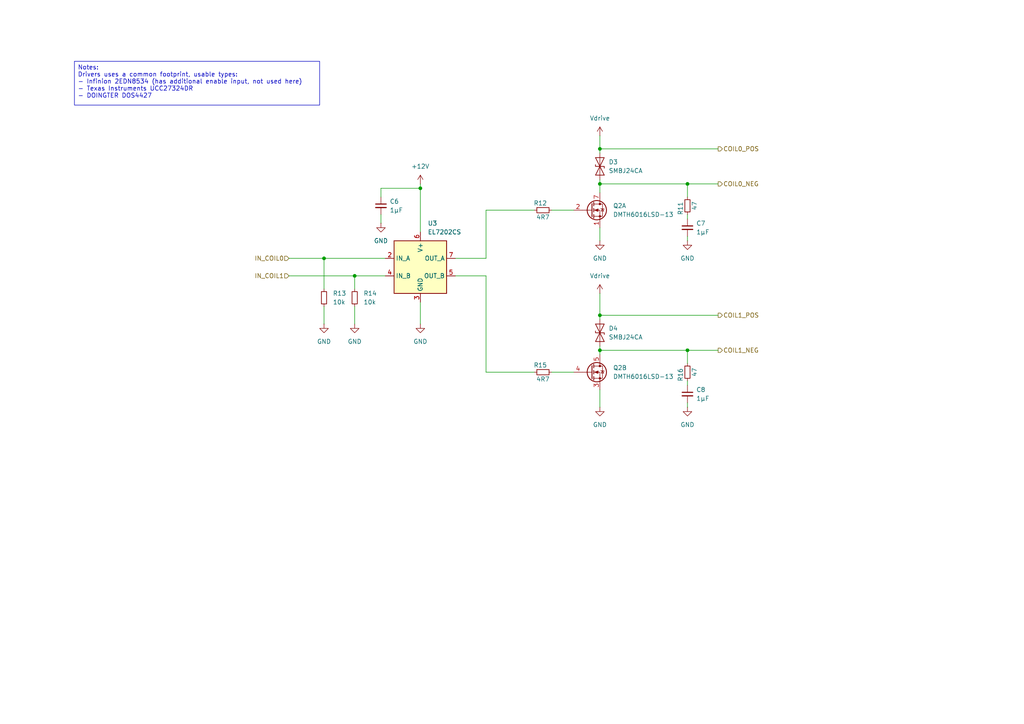
<source format=kicad_sch>
(kicad_sch
	(version 20250114)
	(generator "eeschema")
	(generator_version "9.0")
	(uuid "fcc86f3c-d480-4c80-9759-7400f7846f12")
	(paper "A4")
	(lib_symbols
		(symbol "Device:C_Small"
			(pin_numbers
				(hide yes)
			)
			(pin_names
				(offset 0.254)
				(hide yes)
			)
			(exclude_from_sim no)
			(in_bom yes)
			(on_board yes)
			(property "Reference" "C"
				(at 0.254 1.778 0)
				(effects
					(font
						(size 1.27 1.27)
					)
					(justify left)
				)
			)
			(property "Value" "C_Small"
				(at 0.254 -2.032 0)
				(effects
					(font
						(size 1.27 1.27)
					)
					(justify left)
				)
			)
			(property "Footprint" ""
				(at 0 0 0)
				(effects
					(font
						(size 1.27 1.27)
					)
					(hide yes)
				)
			)
			(property "Datasheet" "~"
				(at 0 0 0)
				(effects
					(font
						(size 1.27 1.27)
					)
					(hide yes)
				)
			)
			(property "Description" "Unpolarized capacitor, small symbol"
				(at 0 0 0)
				(effects
					(font
						(size 1.27 1.27)
					)
					(hide yes)
				)
			)
			(property "ki_keywords" "capacitor cap"
				(at 0 0 0)
				(effects
					(font
						(size 1.27 1.27)
					)
					(hide yes)
				)
			)
			(property "ki_fp_filters" "C_*"
				(at 0 0 0)
				(effects
					(font
						(size 1.27 1.27)
					)
					(hide yes)
				)
			)
			(symbol "C_Small_0_1"
				(polyline
					(pts
						(xy -1.524 0.508) (xy 1.524 0.508)
					)
					(stroke
						(width 0.3048)
						(type default)
					)
					(fill
						(type none)
					)
				)
				(polyline
					(pts
						(xy -1.524 -0.508) (xy 1.524 -0.508)
					)
					(stroke
						(width 0.3302)
						(type default)
					)
					(fill
						(type none)
					)
				)
			)
			(symbol "C_Small_1_1"
				(pin passive line
					(at 0 2.54 270)
					(length 2.032)
					(name "~"
						(effects
							(font
								(size 1.27 1.27)
							)
						)
					)
					(number "1"
						(effects
							(font
								(size 1.27 1.27)
							)
						)
					)
				)
				(pin passive line
					(at 0 -2.54 90)
					(length 2.032)
					(name "~"
						(effects
							(font
								(size 1.27 1.27)
							)
						)
					)
					(number "2"
						(effects
							(font
								(size 1.27 1.27)
							)
						)
					)
				)
			)
			(embedded_fonts no)
		)
		(symbol "Device:R_Small"
			(pin_numbers
				(hide yes)
			)
			(pin_names
				(offset 0.254)
				(hide yes)
			)
			(exclude_from_sim no)
			(in_bom yes)
			(on_board yes)
			(property "Reference" "R"
				(at 0.762 0.508 0)
				(effects
					(font
						(size 1.27 1.27)
					)
					(justify left)
				)
			)
			(property "Value" "R_Small"
				(at 0.762 -1.016 0)
				(effects
					(font
						(size 1.27 1.27)
					)
					(justify left)
				)
			)
			(property "Footprint" ""
				(at 0 0 0)
				(effects
					(font
						(size 1.27 1.27)
					)
					(hide yes)
				)
			)
			(property "Datasheet" "~"
				(at 0 0 0)
				(effects
					(font
						(size 1.27 1.27)
					)
					(hide yes)
				)
			)
			(property "Description" "Resistor, small symbol"
				(at 0 0 0)
				(effects
					(font
						(size 1.27 1.27)
					)
					(hide yes)
				)
			)
			(property "ki_keywords" "R resistor"
				(at 0 0 0)
				(effects
					(font
						(size 1.27 1.27)
					)
					(hide yes)
				)
			)
			(property "ki_fp_filters" "R_*"
				(at 0 0 0)
				(effects
					(font
						(size 1.27 1.27)
					)
					(hide yes)
				)
			)
			(symbol "R_Small_0_1"
				(rectangle
					(start -0.762 1.778)
					(end 0.762 -1.778)
					(stroke
						(width 0.2032)
						(type default)
					)
					(fill
						(type none)
					)
				)
			)
			(symbol "R_Small_1_1"
				(pin passive line
					(at 0 2.54 270)
					(length 0.762)
					(name "~"
						(effects
							(font
								(size 1.27 1.27)
							)
						)
					)
					(number "1"
						(effects
							(font
								(size 1.27 1.27)
							)
						)
					)
				)
				(pin passive line
					(at 0 -2.54 90)
					(length 0.762)
					(name "~"
						(effects
							(font
								(size 1.27 1.27)
							)
						)
					)
					(number "2"
						(effects
							(font
								(size 1.27 1.27)
							)
						)
					)
				)
			)
			(embedded_fonts no)
		)
		(symbol "Diode:SMAJ24CA"
			(pin_numbers
				(hide yes)
			)
			(pin_names
				(offset 1.016)
				(hide yes)
			)
			(exclude_from_sim no)
			(in_bom yes)
			(on_board yes)
			(property "Reference" "D"
				(at 0 2.54 0)
				(effects
					(font
						(size 1.27 1.27)
					)
				)
			)
			(property "Value" "SMAJ24CA"
				(at 0 -2.54 0)
				(effects
					(font
						(size 1.27 1.27)
					)
				)
			)
			(property "Footprint" "Diode_SMD:D_SMA"
				(at 0 -5.08 0)
				(effects
					(font
						(size 1.27 1.27)
					)
					(hide yes)
				)
			)
			(property "Datasheet" "https://www.littelfuse.com/media?resourcetype=datasheets&itemid=75e32973-b177-4ee3-a0ff-cedaf1abdb93&filename=smaj-datasheet"
				(at 0 0 0)
				(effects
					(font
						(size 1.27 1.27)
					)
					(hide yes)
				)
			)
			(property "Description" "400W bidirectional Transient Voltage Suppressor, 24.0Vr, SMA(DO-214AC)"
				(at 0 0 0)
				(effects
					(font
						(size 1.27 1.27)
					)
					(hide yes)
				)
			)
			(property "ki_keywords" "bidirectional diode TVS voltage suppressor"
				(at 0 0 0)
				(effects
					(font
						(size 1.27 1.27)
					)
					(hide yes)
				)
			)
			(property "ki_fp_filters" "D*SMA*"
				(at 0 0 0)
				(effects
					(font
						(size 1.27 1.27)
					)
					(hide yes)
				)
			)
			(symbol "SMAJ24CA_0_1"
				(polyline
					(pts
						(xy -2.54 -1.27) (xy 0 0) (xy -2.54 1.27) (xy -2.54 -1.27)
					)
					(stroke
						(width 0.2032)
						(type default)
					)
					(fill
						(type none)
					)
				)
				(polyline
					(pts
						(xy 0.508 1.27) (xy 0 1.27) (xy 0 -1.27) (xy -0.508 -1.27)
					)
					(stroke
						(width 0.2032)
						(type default)
					)
					(fill
						(type none)
					)
				)
				(polyline
					(pts
						(xy 1.27 0) (xy -1.27 0)
					)
					(stroke
						(width 0)
						(type default)
					)
					(fill
						(type none)
					)
				)
				(polyline
					(pts
						(xy 2.54 1.27) (xy 2.54 -1.27) (xy 0 0) (xy 2.54 1.27)
					)
					(stroke
						(width 0.2032)
						(type default)
					)
					(fill
						(type none)
					)
				)
			)
			(symbol "SMAJ24CA_1_1"
				(pin passive line
					(at -3.81 0 0)
					(length 2.54)
					(name "A1"
						(effects
							(font
								(size 1.27 1.27)
							)
						)
					)
					(number "1"
						(effects
							(font
								(size 1.27 1.27)
							)
						)
					)
				)
				(pin passive line
					(at 3.81 0 180)
					(length 2.54)
					(name "A2"
						(effects
							(font
								(size 1.27 1.27)
							)
						)
					)
					(number "2"
						(effects
							(font
								(size 1.27 1.27)
							)
						)
					)
				)
			)
			(embedded_fonts no)
		)
		(symbol "Driver_FET:EL7202CS"
			(exclude_from_sim no)
			(in_bom yes)
			(on_board yes)
			(property "Reference" "U"
				(at -7.62 8.89 0)
				(effects
					(font
						(size 1.27 1.27)
					)
					(justify left)
				)
			)
			(property "Value" "EL7202CS"
				(at 1.27 8.89 0)
				(effects
					(font
						(size 1.27 1.27)
					)
					(justify left)
				)
			)
			(property "Footprint" "Package_SO:SOIC-8_3.9x4.9mm_P1.27mm"
				(at 0 -7.62 0)
				(effects
					(font
						(size 1.27 1.27)
					)
					(hide yes)
				)
			)
			(property "Datasheet" "https://www.mouser.com/catalog/specsheets/intersil_fn7282.pdf"
				(at 0 -7.62 0)
				(effects
					(font
						(size 1.27 1.27)
					)
					(hide yes)
				)
			)
			(property "Description" "High Speed, Dual Channel Power MOSFET Driver, 4.5...15V supply, I(PK)=2A, non-inverting drivers, SOIC-8"
				(at 0 0 0)
				(effects
					(font
						(size 1.27 1.27)
					)
					(hide yes)
				)
			)
			(property "ki_keywords" "DS0026"
				(at 0 0 0)
				(effects
					(font
						(size 1.27 1.27)
					)
					(hide yes)
				)
			)
			(property "ki_fp_filters" "*SOIC*3.9*4.*P1.27mm*"
				(at 0 0 0)
				(effects
					(font
						(size 1.27 1.27)
					)
					(hide yes)
				)
			)
			(symbol "EL7202CS_0_1"
				(rectangle
					(start -7.62 -7.62)
					(end 7.62 7.62)
					(stroke
						(width 0.254)
						(type default)
					)
					(fill
						(type background)
					)
				)
			)
			(symbol "EL7202CS_1_1"
				(pin input line
					(at -10.16 2.54 0)
					(length 2.54)
					(name "IN_A"
						(effects
							(font
								(size 1.27 1.27)
							)
						)
					)
					(number "2"
						(effects
							(font
								(size 1.27 1.27)
							)
						)
					)
				)
				(pin input line
					(at -10.16 -2.54 0)
					(length 2.54)
					(name "IN_B"
						(effects
							(font
								(size 1.27 1.27)
							)
						)
					)
					(number "4"
						(effects
							(font
								(size 1.27 1.27)
							)
						)
					)
				)
				(pin no_connect line
					(at -7.62 0 0)
					(length 2.54)
					(hide yes)
					(name "NC"
						(effects
							(font
								(size 1.27 1.27)
							)
						)
					)
					(number "1"
						(effects
							(font
								(size 1.27 1.27)
							)
						)
					)
				)
				(pin power_in line
					(at 0 10.16 270)
					(length 2.54)
					(name "V+"
						(effects
							(font
								(size 1.27 1.27)
							)
						)
					)
					(number "6"
						(effects
							(font
								(size 1.27 1.27)
							)
						)
					)
				)
				(pin power_in line
					(at 0 -10.16 90)
					(length 2.54)
					(name "GND"
						(effects
							(font
								(size 1.27 1.27)
							)
						)
					)
					(number "3"
						(effects
							(font
								(size 1.27 1.27)
							)
						)
					)
				)
				(pin no_connect line
					(at 7.62 0 180)
					(length 2.54)
					(hide yes)
					(name "NC"
						(effects
							(font
								(size 1.27 1.27)
							)
						)
					)
					(number "8"
						(effects
							(font
								(size 1.27 1.27)
							)
						)
					)
				)
				(pin output line
					(at 10.16 2.54 180)
					(length 2.54)
					(name "OUT_A"
						(effects
							(font
								(size 1.27 1.27)
							)
						)
					)
					(number "7"
						(effects
							(font
								(size 1.27 1.27)
							)
						)
					)
				)
				(pin output line
					(at 10.16 -2.54 180)
					(length 2.54)
					(name "OUT_B"
						(effects
							(font
								(size 1.27 1.27)
							)
						)
					)
					(number "5"
						(effects
							(font
								(size 1.27 1.27)
							)
						)
					)
				)
			)
			(embedded_fonts no)
		)
		(symbol "Transistor_FET:AO4892"
			(pin_names
				(hide yes)
			)
			(exclude_from_sim no)
			(in_bom yes)
			(on_board yes)
			(property "Reference" "Q"
				(at 5.08 1.905 0)
				(effects
					(font
						(size 1.27 1.27)
					)
					(justify left)
				)
			)
			(property "Value" "AO4892"
				(at 5.08 0 0)
				(effects
					(font
						(size 1.27 1.27)
					)
					(justify left)
				)
			)
			(property "Footprint" "Package_SO:SOIC-8_3.9x4.9mm_P1.27mm"
				(at 5.08 -1.905 0)
				(effects
					(font
						(size 1.27 1.27)
						(italic yes)
					)
					(justify left)
					(hide yes)
				)
			)
			(property "Datasheet" "https://aosmd.com/sites/default/files/res/datasheets/AO4892.pdf"
				(at 5.08 -3.81 0)
				(effects
					(font
						(size 1.27 1.27)
					)
					(justify left)
					(hide yes)
				)
			)
			(property "Description" "4A Id, 100V Vds, Dual N-Channel MOSFET, 68mOhm Ron, SO-8"
				(at 0 0 0)
				(effects
					(font
						(size 1.27 1.27)
					)
					(hide yes)
				)
			)
			(property "ki_keywords" "NMOS Alpha-Omega"
				(at 0 0 0)
				(effects
					(font
						(size 1.27 1.27)
					)
					(hide yes)
				)
			)
			(property "ki_fp_filters" "SOIC*3.9x4.9mm*P1.27mm*"
				(at 0 0 0)
				(effects
					(font
						(size 1.27 1.27)
					)
					(hide yes)
				)
			)
			(symbol "AO4892_0_1"
				(polyline
					(pts
						(xy 0.254 1.905) (xy 0.254 -1.905)
					)
					(stroke
						(width 0.254)
						(type default)
					)
					(fill
						(type none)
					)
				)
				(polyline
					(pts
						(xy 0.254 0) (xy -2.54 0)
					)
					(stroke
						(width 0)
						(type default)
					)
					(fill
						(type none)
					)
				)
				(polyline
					(pts
						(xy 0.762 2.286) (xy 0.762 1.27)
					)
					(stroke
						(width 0.254)
						(type default)
					)
					(fill
						(type none)
					)
				)
				(polyline
					(pts
						(xy 0.762 0.508) (xy 0.762 -0.508)
					)
					(stroke
						(width 0.254)
						(type default)
					)
					(fill
						(type none)
					)
				)
				(polyline
					(pts
						(xy 0.762 -1.27) (xy 0.762 -2.286)
					)
					(stroke
						(width 0.254)
						(type default)
					)
					(fill
						(type none)
					)
				)
				(polyline
					(pts
						(xy 0.762 -1.778) (xy 3.302 -1.778) (xy 3.302 1.778) (xy 0.762 1.778)
					)
					(stroke
						(width 0)
						(type default)
					)
					(fill
						(type none)
					)
				)
				(polyline
					(pts
						(xy 1.016 0) (xy 2.032 0.381) (xy 2.032 -0.381) (xy 1.016 0)
					)
					(stroke
						(width 0)
						(type default)
					)
					(fill
						(type outline)
					)
				)
				(circle
					(center 1.651 0)
					(radius 2.794)
					(stroke
						(width 0.254)
						(type default)
					)
					(fill
						(type none)
					)
				)
				(polyline
					(pts
						(xy 2.54 2.54) (xy 2.54 1.778)
					)
					(stroke
						(width 0)
						(type default)
					)
					(fill
						(type none)
					)
				)
				(circle
					(center 2.54 1.778)
					(radius 0.254)
					(stroke
						(width 0)
						(type default)
					)
					(fill
						(type outline)
					)
				)
				(circle
					(center 2.54 -1.778)
					(radius 0.254)
					(stroke
						(width 0)
						(type default)
					)
					(fill
						(type outline)
					)
				)
				(polyline
					(pts
						(xy 2.54 -2.54) (xy 2.54 0) (xy 0.762 0)
					)
					(stroke
						(width 0)
						(type default)
					)
					(fill
						(type none)
					)
				)
				(polyline
					(pts
						(xy 2.794 0.508) (xy 2.921 0.381) (xy 3.683 0.381) (xy 3.81 0.254)
					)
					(stroke
						(width 0)
						(type default)
					)
					(fill
						(type none)
					)
				)
				(polyline
					(pts
						(xy 3.302 0.381) (xy 2.921 -0.254) (xy 3.683 -0.254) (xy 3.302 0.381)
					)
					(stroke
						(width 0)
						(type default)
					)
					(fill
						(type none)
					)
				)
			)
			(symbol "AO4892_1_1"
				(pin passive line
					(at -5.08 0 0)
					(length 2.54)
					(name "G1"
						(effects
							(font
								(size 1.27 1.27)
							)
						)
					)
					(number "2"
						(effects
							(font
								(size 1.27 1.27)
							)
						)
					)
				)
				(pin passive line
					(at 2.54 5.08 270)
					(length 2.54)
					(name "D1"
						(effects
							(font
								(size 1.27 1.27)
							)
						)
					)
					(number "7"
						(effects
							(font
								(size 1.27 1.27)
							)
						)
					)
				)
				(pin passive line
					(at 2.54 5.08 270)
					(length 2.54)
					(hide yes)
					(name "D1"
						(effects
							(font
								(size 1.27 1.27)
							)
						)
					)
					(number "8"
						(effects
							(font
								(size 1.27 1.27)
							)
						)
					)
				)
				(pin passive line
					(at 2.54 -5.08 90)
					(length 2.54)
					(name "S1"
						(effects
							(font
								(size 1.27 1.27)
							)
						)
					)
					(number "1"
						(effects
							(font
								(size 1.27 1.27)
							)
						)
					)
				)
			)
			(symbol "AO4892_2_1"
				(pin passive line
					(at -5.08 0 0)
					(length 2.54)
					(name "G2"
						(effects
							(font
								(size 1.27 1.27)
							)
						)
					)
					(number "4"
						(effects
							(font
								(size 1.27 1.27)
							)
						)
					)
				)
				(pin passive line
					(at 2.54 5.08 270)
					(length 2.54)
					(name "D2"
						(effects
							(font
								(size 1.27 1.27)
							)
						)
					)
					(number "5"
						(effects
							(font
								(size 1.27 1.27)
							)
						)
					)
				)
				(pin passive line
					(at 2.54 5.08 270)
					(length 2.54)
					(hide yes)
					(name "D2"
						(effects
							(font
								(size 1.27 1.27)
							)
						)
					)
					(number "6"
						(effects
							(font
								(size 1.27 1.27)
							)
						)
					)
				)
				(pin passive line
					(at 2.54 -5.08 90)
					(length 2.54)
					(name "S2"
						(effects
							(font
								(size 1.27 1.27)
							)
						)
					)
					(number "3"
						(effects
							(font
								(size 1.27 1.27)
							)
						)
					)
				)
			)
			(embedded_fonts no)
		)
		(symbol "power:+12V"
			(power)
			(pin_numbers
				(hide yes)
			)
			(pin_names
				(offset 0)
				(hide yes)
			)
			(exclude_from_sim no)
			(in_bom yes)
			(on_board yes)
			(property "Reference" "#PWR"
				(at 0 -3.81 0)
				(effects
					(font
						(size 1.27 1.27)
					)
					(hide yes)
				)
			)
			(property "Value" "+12V"
				(at 0 3.556 0)
				(effects
					(font
						(size 1.27 1.27)
					)
				)
			)
			(property "Footprint" ""
				(at 0 0 0)
				(effects
					(font
						(size 1.27 1.27)
					)
					(hide yes)
				)
			)
			(property "Datasheet" ""
				(at 0 0 0)
				(effects
					(font
						(size 1.27 1.27)
					)
					(hide yes)
				)
			)
			(property "Description" "Power symbol creates a global label with name \"+12V\""
				(at 0 0 0)
				(effects
					(font
						(size 1.27 1.27)
					)
					(hide yes)
				)
			)
			(property "ki_keywords" "global power"
				(at 0 0 0)
				(effects
					(font
						(size 1.27 1.27)
					)
					(hide yes)
				)
			)
			(symbol "+12V_0_1"
				(polyline
					(pts
						(xy -0.762 1.27) (xy 0 2.54)
					)
					(stroke
						(width 0)
						(type default)
					)
					(fill
						(type none)
					)
				)
				(polyline
					(pts
						(xy 0 2.54) (xy 0.762 1.27)
					)
					(stroke
						(width 0)
						(type default)
					)
					(fill
						(type none)
					)
				)
				(polyline
					(pts
						(xy 0 0) (xy 0 2.54)
					)
					(stroke
						(width 0)
						(type default)
					)
					(fill
						(type none)
					)
				)
			)
			(symbol "+12V_1_1"
				(pin power_in line
					(at 0 0 90)
					(length 0)
					(name "~"
						(effects
							(font
								(size 1.27 1.27)
							)
						)
					)
					(number "1"
						(effects
							(font
								(size 1.27 1.27)
							)
						)
					)
				)
			)
			(embedded_fonts no)
		)
		(symbol "power:GND"
			(power)
			(pin_numbers
				(hide yes)
			)
			(pin_names
				(offset 0)
				(hide yes)
			)
			(exclude_from_sim no)
			(in_bom yes)
			(on_board yes)
			(property "Reference" "#PWR"
				(at 0 -6.35 0)
				(effects
					(font
						(size 1.27 1.27)
					)
					(hide yes)
				)
			)
			(property "Value" "GND"
				(at 0 -3.81 0)
				(effects
					(font
						(size 1.27 1.27)
					)
				)
			)
			(property "Footprint" ""
				(at 0 0 0)
				(effects
					(font
						(size 1.27 1.27)
					)
					(hide yes)
				)
			)
			(property "Datasheet" ""
				(at 0 0 0)
				(effects
					(font
						(size 1.27 1.27)
					)
					(hide yes)
				)
			)
			(property "Description" "Power symbol creates a global label with name \"GND\" , ground"
				(at 0 0 0)
				(effects
					(font
						(size 1.27 1.27)
					)
					(hide yes)
				)
			)
			(property "ki_keywords" "global power"
				(at 0 0 0)
				(effects
					(font
						(size 1.27 1.27)
					)
					(hide yes)
				)
			)
			(symbol "GND_0_1"
				(polyline
					(pts
						(xy 0 0) (xy 0 -1.27) (xy 1.27 -1.27) (xy 0 -2.54) (xy -1.27 -1.27) (xy 0 -1.27)
					)
					(stroke
						(width 0)
						(type default)
					)
					(fill
						(type none)
					)
				)
			)
			(symbol "GND_1_1"
				(pin power_in line
					(at 0 0 270)
					(length 0)
					(name "~"
						(effects
							(font
								(size 1.27 1.27)
							)
						)
					)
					(number "1"
						(effects
							(font
								(size 1.27 1.27)
							)
						)
					)
				)
			)
			(embedded_fonts no)
		)
		(symbol "power:Vdrive"
			(power)
			(pin_numbers
				(hide yes)
			)
			(pin_names
				(offset 0)
				(hide yes)
			)
			(exclude_from_sim no)
			(in_bom yes)
			(on_board yes)
			(property "Reference" "#PWR"
				(at 0 -3.81 0)
				(effects
					(font
						(size 1.27 1.27)
					)
					(hide yes)
				)
			)
			(property "Value" "Vdrive"
				(at 0 3.556 0)
				(effects
					(font
						(size 1.27 1.27)
					)
				)
			)
			(property "Footprint" ""
				(at 0 0 0)
				(effects
					(font
						(size 1.27 1.27)
					)
					(hide yes)
				)
			)
			(property "Datasheet" ""
				(at 0 0 0)
				(effects
					(font
						(size 1.27 1.27)
					)
					(hide yes)
				)
			)
			(property "Description" "Power symbol creates a global label with name \"Vdrive\""
				(at 0 0 0)
				(effects
					(font
						(size 1.27 1.27)
					)
					(hide yes)
				)
			)
			(property "ki_keywords" "global power"
				(at 0 0 0)
				(effects
					(font
						(size 1.27 1.27)
					)
					(hide yes)
				)
			)
			(symbol "Vdrive_0_1"
				(polyline
					(pts
						(xy -0.762 1.27) (xy 0 2.54)
					)
					(stroke
						(width 0)
						(type default)
					)
					(fill
						(type none)
					)
				)
				(polyline
					(pts
						(xy 0 2.54) (xy 0.762 1.27)
					)
					(stroke
						(width 0)
						(type default)
					)
					(fill
						(type none)
					)
				)
				(polyline
					(pts
						(xy 0 0) (xy 0 2.54)
					)
					(stroke
						(width 0)
						(type default)
					)
					(fill
						(type none)
					)
				)
			)
			(symbol "Vdrive_1_1"
				(pin power_in line
					(at 0 0 90)
					(length 0)
					(name "~"
						(effects
							(font
								(size 1.27 1.27)
							)
						)
					)
					(number "1"
						(effects
							(font
								(size 1.27 1.27)
							)
						)
					)
				)
			)
			(embedded_fonts no)
		)
	)
	(text_box "Notes:\nDrivers uses a common footprint, usable types:\n- Infinion 2EDN8534 (has additional enable input, not used here)\n- Texas Instruments UCC27324DR\n- DOINGTER DOS4427"
		(exclude_from_sim no)
		(at 21.59 17.78 0)
		(size 71.12 12.7)
		(margins 0.9525 0.9525 0.9525 0.9525)
		(stroke
			(width 0)
			(type solid)
		)
		(fill
			(type none)
		)
		(effects
			(font
				(size 1.27 1.27)
			)
			(justify left top)
		)
		(uuid "fa3c1d42-b5e9-4b0e-9126-cc003d495ece")
	)
	(junction
		(at 102.87 80.01)
		(diameter 0)
		(color 0 0 0 0)
		(uuid "4d02c669-1568-4f41-9fcb-0bf83b1c4249")
	)
	(junction
		(at 93.98 74.93)
		(diameter 0)
		(color 0 0 0 0)
		(uuid "65e96371-acd5-468f-8535-72c844b347d3")
	)
	(junction
		(at 199.39 101.6)
		(diameter 0)
		(color 0 0 0 0)
		(uuid "9035d4df-1408-4fc7-a066-bc0d7a4fac2f")
	)
	(junction
		(at 199.39 53.34)
		(diameter 0)
		(color 0 0 0 0)
		(uuid "9ae0448a-f934-4b9b-9ee0-aa4b1d82e8c1")
	)
	(junction
		(at 173.99 43.18)
		(diameter 0)
		(color 0 0 0 0)
		(uuid "bbad1ecb-9e78-4764-bc10-41d3dd4c0da3")
	)
	(junction
		(at 173.99 101.6)
		(diameter 0)
		(color 0 0 0 0)
		(uuid "bd7f0a8d-d982-43df-88af-6a006acbe440")
	)
	(junction
		(at 173.99 53.34)
		(diameter 0)
		(color 0 0 0 0)
		(uuid "cc6fddb1-eea3-413c-810c-397c4a6a827f")
	)
	(junction
		(at 173.99 91.44)
		(diameter 0)
		(color 0 0 0 0)
		(uuid "d5c945c7-b33f-4264-bfce-6d5fa43e7966")
	)
	(junction
		(at 121.92 54.61)
		(diameter 0)
		(color 0 0 0 0)
		(uuid "f09e19b9-6a96-4ffa-ac62-dc7383d6fd4a")
	)
	(wire
		(pts
			(xy 199.39 101.6) (xy 199.39 105.41)
		)
		(stroke
			(width 0)
			(type default)
		)
		(uuid "0455c455-2e1d-4a34-a935-55e248d7bd55")
	)
	(wire
		(pts
			(xy 173.99 101.6) (xy 199.39 101.6)
		)
		(stroke
			(width 0)
			(type default)
		)
		(uuid "04922c56-ec9c-4d41-bdf8-823bd8324517")
	)
	(wire
		(pts
			(xy 173.99 39.37) (xy 173.99 43.18)
		)
		(stroke
			(width 0)
			(type default)
		)
		(uuid "0be40568-2f93-428c-8a83-acda2ec2745d")
	)
	(wire
		(pts
			(xy 199.39 68.58) (xy 199.39 69.85)
		)
		(stroke
			(width 0)
			(type default)
		)
		(uuid "0d25e20a-fed1-4105-9ff3-20583c80a70f")
	)
	(wire
		(pts
			(xy 102.87 80.01) (xy 111.76 80.01)
		)
		(stroke
			(width 0)
			(type default)
		)
		(uuid "0e628999-2ef8-4b2c-9054-df1723a658b2")
	)
	(wire
		(pts
			(xy 93.98 74.93) (xy 93.98 83.82)
		)
		(stroke
			(width 0)
			(type default)
		)
		(uuid "14a29834-fdb7-4065-a69c-af42b1c2f357")
	)
	(wire
		(pts
			(xy 173.99 101.6) (xy 173.99 102.87)
		)
		(stroke
			(width 0)
			(type default)
		)
		(uuid "1920fd57-79b7-4a07-8a84-f3daa020037f")
	)
	(wire
		(pts
			(xy 154.94 60.96) (xy 140.97 60.96)
		)
		(stroke
			(width 0)
			(type default)
		)
		(uuid "1fd7a633-6925-4285-b662-f36197d65da5")
	)
	(wire
		(pts
			(xy 140.97 80.01) (xy 132.08 80.01)
		)
		(stroke
			(width 0)
			(type default)
		)
		(uuid "26598580-7935-4479-84e6-f70025121376")
	)
	(wire
		(pts
			(xy 199.39 101.6) (xy 208.28 101.6)
		)
		(stroke
			(width 0)
			(type default)
		)
		(uuid "27ecb836-98eb-4165-a8ca-17f37c8dfe0b")
	)
	(wire
		(pts
			(xy 173.99 52.07) (xy 173.99 53.34)
		)
		(stroke
			(width 0)
			(type default)
		)
		(uuid "28ba6d26-adbb-4b52-9813-0a1c869b4426")
	)
	(wire
		(pts
			(xy 121.92 53.34) (xy 121.92 54.61)
		)
		(stroke
			(width 0)
			(type default)
		)
		(uuid "2a0945e8-4272-413c-8e75-3bd6107069c8")
	)
	(wire
		(pts
			(xy 93.98 88.9) (xy 93.98 93.98)
		)
		(stroke
			(width 0)
			(type default)
		)
		(uuid "2d7f95f7-b059-401d-828d-f6bad3cb4fb5")
	)
	(wire
		(pts
			(xy 93.98 74.93) (xy 83.82 74.93)
		)
		(stroke
			(width 0)
			(type default)
		)
		(uuid "320ea8bb-d85e-4919-bab4-5554ba9ca980")
	)
	(wire
		(pts
			(xy 173.99 91.44) (xy 208.28 91.44)
		)
		(stroke
			(width 0)
			(type default)
		)
		(uuid "40ef5a69-5604-45cb-a6e8-ac9e9456ba8a")
	)
	(wire
		(pts
			(xy 199.39 116.84) (xy 199.39 118.11)
		)
		(stroke
			(width 0)
			(type default)
		)
		(uuid "467edb93-4f76-4046-a253-477eeca43b20")
	)
	(wire
		(pts
			(xy 110.49 57.15) (xy 110.49 54.61)
		)
		(stroke
			(width 0)
			(type default)
		)
		(uuid "4cbfebe5-4ea3-49cf-a227-f0be717ecc98")
	)
	(wire
		(pts
			(xy 199.39 53.34) (xy 208.28 53.34)
		)
		(stroke
			(width 0)
			(type default)
		)
		(uuid "508154b9-e06d-47c9-8739-fe058ccf85bd")
	)
	(wire
		(pts
			(xy 140.97 107.95) (xy 154.94 107.95)
		)
		(stroke
			(width 0)
			(type default)
		)
		(uuid "59c1b73e-7621-47e9-b0c1-42c209111942")
	)
	(wire
		(pts
			(xy 160.02 107.95) (xy 166.37 107.95)
		)
		(stroke
			(width 0)
			(type default)
		)
		(uuid "76995c0a-61ef-4a8d-a4ea-62036970eedf")
	)
	(wire
		(pts
			(xy 83.82 80.01) (xy 102.87 80.01)
		)
		(stroke
			(width 0)
			(type default)
		)
		(uuid "79f75296-842b-4349-a723-bf45642f9f27")
	)
	(wire
		(pts
			(xy 140.97 107.95) (xy 140.97 80.01)
		)
		(stroke
			(width 0)
			(type default)
		)
		(uuid "7afbb006-1836-4d5a-9f33-0e1302271c85")
	)
	(wire
		(pts
			(xy 110.49 54.61) (xy 121.92 54.61)
		)
		(stroke
			(width 0)
			(type default)
		)
		(uuid "7ffe4188-d064-48e1-9102-2a82bbf0defe")
	)
	(wire
		(pts
			(xy 166.37 60.96) (xy 160.02 60.96)
		)
		(stroke
			(width 0)
			(type default)
		)
		(uuid "8457679a-6d73-4f7a-bba3-9b6103ee426a")
	)
	(wire
		(pts
			(xy 173.99 43.18) (xy 173.99 44.45)
		)
		(stroke
			(width 0)
			(type default)
		)
		(uuid "91277ea6-345e-43f8-9124-3f210d53166d")
	)
	(wire
		(pts
			(xy 102.87 80.01) (xy 102.87 83.82)
		)
		(stroke
			(width 0)
			(type default)
		)
		(uuid "97426900-8cfa-4dd6-93d7-c2f65f9bd1a6")
	)
	(wire
		(pts
			(xy 140.97 74.93) (xy 132.08 74.93)
		)
		(stroke
			(width 0)
			(type default)
		)
		(uuid "9df0380c-3ed7-465f-bc54-4647045dc0d1")
	)
	(wire
		(pts
			(xy 121.92 87.63) (xy 121.92 93.98)
		)
		(stroke
			(width 0)
			(type default)
		)
		(uuid "9e9c076b-9685-439f-a3aa-3f054a8eecdd")
	)
	(wire
		(pts
			(xy 199.39 110.49) (xy 199.39 111.76)
		)
		(stroke
			(width 0)
			(type default)
		)
		(uuid "a7f7d428-4130-4426-84d9-686808a05e21")
	)
	(wire
		(pts
			(xy 199.39 53.34) (xy 199.39 57.15)
		)
		(stroke
			(width 0)
			(type default)
		)
		(uuid "addd5834-bf62-486e-97d4-01cb5d136818")
	)
	(wire
		(pts
			(xy 102.87 88.9) (xy 102.87 93.98)
		)
		(stroke
			(width 0)
			(type default)
		)
		(uuid "b6e73589-de02-48fc-823c-ac30523ae974")
	)
	(wire
		(pts
			(xy 111.76 74.93) (xy 93.98 74.93)
		)
		(stroke
			(width 0)
			(type default)
		)
		(uuid "b8f050d3-1194-4d68-a117-c219ade09a6c")
	)
	(wire
		(pts
			(xy 110.49 62.23) (xy 110.49 64.77)
		)
		(stroke
			(width 0)
			(type default)
		)
		(uuid "c2127fbb-4907-4180-a629-21f90396582f")
	)
	(wire
		(pts
			(xy 173.99 55.88) (xy 173.99 53.34)
		)
		(stroke
			(width 0)
			(type default)
		)
		(uuid "c48b0982-4247-4886-b379-dc08e3e4f5a3")
	)
	(wire
		(pts
			(xy 173.99 100.33) (xy 173.99 101.6)
		)
		(stroke
			(width 0)
			(type default)
		)
		(uuid "c721b69f-a68b-4dad-8899-5f82f6e55afa")
	)
	(wire
		(pts
			(xy 173.99 43.18) (xy 208.28 43.18)
		)
		(stroke
			(width 0)
			(type default)
		)
		(uuid "c74cf5e6-f4c7-459b-89f2-12b180e39e60")
	)
	(wire
		(pts
			(xy 173.99 53.34) (xy 199.39 53.34)
		)
		(stroke
			(width 0)
			(type default)
		)
		(uuid "ce340e1a-a7c7-4cd1-8dbc-fcd568cefba4")
	)
	(wire
		(pts
			(xy 173.99 113.03) (xy 173.99 118.11)
		)
		(stroke
			(width 0)
			(type default)
		)
		(uuid "d710e962-71be-40dc-b344-8f9ca57f151d")
	)
	(wire
		(pts
			(xy 173.99 91.44) (xy 173.99 92.71)
		)
		(stroke
			(width 0)
			(type default)
		)
		(uuid "d80f5b7b-1ab3-41d7-bba3-2a2e76449e49")
	)
	(wire
		(pts
			(xy 140.97 60.96) (xy 140.97 74.93)
		)
		(stroke
			(width 0)
			(type default)
		)
		(uuid "e5c9980b-9711-480e-90ed-68abd04b5d1c")
	)
	(wire
		(pts
			(xy 173.99 85.09) (xy 173.99 91.44)
		)
		(stroke
			(width 0)
			(type default)
		)
		(uuid "f504fac8-087b-4b71-b6f9-cc60c5b94bcf")
	)
	(wire
		(pts
			(xy 199.39 62.23) (xy 199.39 63.5)
		)
		(stroke
			(width 0)
			(type default)
		)
		(uuid "f9f3c9ed-938a-4ad0-90b0-f56208b94110")
	)
	(wire
		(pts
			(xy 173.99 66.04) (xy 173.99 69.85)
		)
		(stroke
			(width 0)
			(type default)
		)
		(uuid "fa319c22-98a8-4c4e-abc2-30dfea17d7a6")
	)
	(wire
		(pts
			(xy 121.92 54.61) (xy 121.92 67.31)
		)
		(stroke
			(width 0)
			(type default)
		)
		(uuid "fefd5fa6-888c-4d30-b4e5-8d36e7cd215e")
	)
	(hierarchical_label "IN_COIL1"
		(shape input)
		(at 83.82 80.01 180)
		(effects
			(font
				(size 1.27 1.27)
			)
			(justify right)
		)
		(uuid "2c3c4ca4-5a23-4c79-9d78-365e3418ca36")
	)
	(hierarchical_label "COIL1_POS"
		(shape output)
		(at 208.28 91.44 0)
		(effects
			(font
				(size 1.27 1.27)
			)
			(justify left)
		)
		(uuid "637d3798-e90a-4457-8df3-84b5cad31137")
	)
	(hierarchical_label "COIL0_POS"
		(shape output)
		(at 208.28 43.18 0)
		(effects
			(font
				(size 1.27 1.27)
			)
			(justify left)
		)
		(uuid "820187ad-010b-40e8-ac98-61acccab52f5")
	)
	(hierarchical_label "COIL1_NEG"
		(shape output)
		(at 208.28 101.6 0)
		(effects
			(font
				(size 1.27 1.27)
			)
			(justify left)
		)
		(uuid "ac936ab4-fc53-4684-b976-f5c4279418b0")
	)
	(hierarchical_label "IN_COIL0"
		(shape input)
		(at 83.82 74.93 180)
		(effects
			(font
				(size 1.27 1.27)
			)
			(justify right)
		)
		(uuid "c9a251cb-b728-4224-89fc-789716615dae")
	)
	(hierarchical_label "COIL0_NEG"
		(shape output)
		(at 208.28 53.34 0)
		(effects
			(font
				(size 1.27 1.27)
			)
			(justify left)
		)
		(uuid "d8dd734f-3f61-400c-9b78-43006ea9c64a")
	)
	(symbol
		(lib_id "Device:R_Small")
		(at 93.98 86.36 0)
		(unit 1)
		(exclude_from_sim no)
		(in_bom yes)
		(on_board yes)
		(dnp no)
		(fields_autoplaced yes)
		(uuid "0335b09d-f41a-4cc6-9ebe-4c0e684054fa")
		(property "Reference" "R13"
			(at 96.52 85.0899 0)
			(effects
				(font
					(size 1.27 1.27)
				)
				(justify left)
			)
		)
		(property "Value" "10k"
			(at 96.52 87.6299 0)
			(effects
				(font
					(size 1.27 1.27)
				)
				(justify left)
			)
		)
		(property "Footprint" "Resistor_SMD:R_0603_1608Metric_Pad0.98x0.95mm_HandSolder"
			(at 93.98 86.36 0)
			(effects
				(font
					(size 1.27 1.27)
				)
				(hide yes)
			)
		)
		(property "Datasheet" "~"
			(at 93.98 86.36 0)
			(effects
				(font
					(size 1.27 1.27)
				)
				(hide yes)
			)
		)
		(property "Description" "Resistor, small symbol"
			(at 93.98 86.36 0)
			(effects
				(font
					(size 1.27 1.27)
				)
				(hide yes)
			)
		)
		(pin "2"
			(uuid "c4bf802b-a24b-4da6-b72d-7ca7e7af7b3b")
		)
		(pin "1"
			(uuid "6d004563-0a96-4172-997e-5fa753f4c83c")
		)
		(instances
			(project "marble_accelerator"
				(path "/338fb3bb-e550-4c92-aa76-5d93a75fae71/6775c7a4-de2e-4cb3-9e2b-2f99b07eb7c5"
					(reference "R13")
					(unit 1)
				)
			)
		)
	)
	(symbol
		(lib_id "power:Vdrive")
		(at 173.99 39.37 0)
		(unit 1)
		(exclude_from_sim no)
		(in_bom yes)
		(on_board yes)
		(dnp no)
		(fields_autoplaced yes)
		(uuid "0ca70883-6d67-453d-81ba-aad4768af988")
		(property "Reference" "#PWR029"
			(at 173.99 43.18 0)
			(effects
				(font
					(size 1.27 1.27)
				)
				(hide yes)
			)
		)
		(property "Value" "Vdrive"
			(at 173.99 34.29 0)
			(effects
				(font
					(size 1.27 1.27)
				)
			)
		)
		(property "Footprint" ""
			(at 173.99 39.37 0)
			(effects
				(font
					(size 1.27 1.27)
				)
				(hide yes)
			)
		)
		(property "Datasheet" ""
			(at 173.99 39.37 0)
			(effects
				(font
					(size 1.27 1.27)
				)
				(hide yes)
			)
		)
		(property "Description" "Power symbol creates a global label with name \"Vdrive\""
			(at 173.99 39.37 0)
			(effects
				(font
					(size 1.27 1.27)
				)
				(hide yes)
			)
		)
		(pin "1"
			(uuid "3250cc6b-d8b6-49a1-a48b-512f5c0c4e65")
		)
		(instances
			(project ""
				(path "/338fb3bb-e550-4c92-aa76-5d93a75fae71/6775c7a4-de2e-4cb3-9e2b-2f99b07eb7c5"
					(reference "#PWR029")
					(unit 1)
				)
			)
		)
	)
	(symbol
		(lib_id "Device:C_Small")
		(at 199.39 114.3 0)
		(unit 1)
		(exclude_from_sim no)
		(in_bom yes)
		(on_board yes)
		(dnp no)
		(fields_autoplaced yes)
		(uuid "10749bff-f68f-414f-a8e4-9011ad96a322")
		(property "Reference" "C8"
			(at 201.93 113.0362 0)
			(effects
				(font
					(size 1.27 1.27)
				)
				(justify left)
			)
		)
		(property "Value" "1µF"
			(at 201.93 115.5762 0)
			(effects
				(font
					(size 1.27 1.27)
				)
				(justify left)
			)
		)
		(property "Footprint" "Capacitor_SMD:C_1210_3225Metric_Pad1.33x2.70mm_HandSolder"
			(at 199.39 114.3 0)
			(effects
				(font
					(size 1.27 1.27)
				)
				(hide yes)
			)
		)
		(property "Datasheet" "~"
			(at 199.39 114.3 0)
			(effects
				(font
					(size 1.27 1.27)
				)
				(hide yes)
			)
		)
		(property "Description" "Unpolarized capacitor, small symbol"
			(at 199.39 114.3 0)
			(effects
				(font
					(size 1.27 1.27)
				)
				(hide yes)
			)
		)
		(pin "1"
			(uuid "9c18d0f6-57ce-4535-b2e7-8f3141612b75")
		)
		(pin "2"
			(uuid "ee319cec-808d-41a1-bb3f-b6e801e8bf07")
		)
		(instances
			(project "marble_accelerator"
				(path "/338fb3bb-e550-4c92-aa76-5d93a75fae71/6775c7a4-de2e-4cb3-9e2b-2f99b07eb7c5"
					(reference "C8")
					(unit 1)
				)
			)
		)
	)
	(symbol
		(lib_id "power:GND")
		(at 121.92 93.98 0)
		(unit 1)
		(exclude_from_sim no)
		(in_bom yes)
		(on_board yes)
		(dnp no)
		(fields_autoplaced yes)
		(uuid "17913f1f-c16f-4699-bf99-c171f637e825")
		(property "Reference" "#PWR037"
			(at 121.92 100.33 0)
			(effects
				(font
					(size 1.27 1.27)
				)
				(hide yes)
			)
		)
		(property "Value" "GND"
			(at 121.92 99.06 0)
			(effects
				(font
					(size 1.27 1.27)
				)
			)
		)
		(property "Footprint" ""
			(at 121.92 93.98 0)
			(effects
				(font
					(size 1.27 1.27)
				)
				(hide yes)
			)
		)
		(property "Datasheet" ""
			(at 121.92 93.98 0)
			(effects
				(font
					(size 1.27 1.27)
				)
				(hide yes)
			)
		)
		(property "Description" "Power symbol creates a global label with name \"GND\" , ground"
			(at 121.92 93.98 0)
			(effects
				(font
					(size 1.27 1.27)
				)
				(hide yes)
			)
		)
		(pin "1"
			(uuid "0824f60f-36c3-4f99-938d-bc83bd1427a2")
		)
		(instances
			(project "marble_accelerator"
				(path "/338fb3bb-e550-4c92-aa76-5d93a75fae71/6775c7a4-de2e-4cb3-9e2b-2f99b07eb7c5"
					(reference "#PWR037")
					(unit 1)
				)
			)
		)
	)
	(symbol
		(lib_id "Device:R_Small")
		(at 157.48 107.95 90)
		(unit 1)
		(exclude_from_sim no)
		(in_bom yes)
		(on_board yes)
		(dnp no)
		(uuid "21c145cb-5b7d-41db-82ec-f905d97182a1")
		(property "Reference" "R15"
			(at 156.718 105.918 90)
			(effects
				(font
					(size 1.27 1.27)
				)
			)
		)
		(property "Value" "4R7"
			(at 157.48 109.982 90)
			(effects
				(font
					(size 1.27 1.27)
				)
			)
		)
		(property "Footprint" "Resistor_SMD:R_0603_1608Metric_Pad0.98x0.95mm_HandSolder"
			(at 157.48 107.95 0)
			(effects
				(font
					(size 1.27 1.27)
				)
				(hide yes)
			)
		)
		(property "Datasheet" "~"
			(at 157.48 107.95 0)
			(effects
				(font
					(size 1.27 1.27)
				)
				(hide yes)
			)
		)
		(property "Description" "Resistor, small symbol"
			(at 157.48 107.95 0)
			(effects
				(font
					(size 1.27 1.27)
				)
				(hide yes)
			)
		)
		(pin "2"
			(uuid "17539820-1c14-44ec-afa0-f81eeabd336a")
		)
		(pin "1"
			(uuid "87379f1a-f7fe-42b6-b3fa-8200ec2e39bc")
		)
		(instances
			(project "marble_accelerator"
				(path "/338fb3bb-e550-4c92-aa76-5d93a75fae71/6775c7a4-de2e-4cb3-9e2b-2f99b07eb7c5"
					(reference "R15")
					(unit 1)
				)
			)
		)
	)
	(symbol
		(lib_id "power:Vdrive")
		(at 173.99 85.09 0)
		(unit 1)
		(exclude_from_sim no)
		(in_bom yes)
		(on_board yes)
		(dnp no)
		(fields_autoplaced yes)
		(uuid "24483ad4-e06a-427e-9c72-79d42ea4878f")
		(property "Reference" "#PWR034"
			(at 173.99 88.9 0)
			(effects
				(font
					(size 1.27 1.27)
				)
				(hide yes)
			)
		)
		(property "Value" "Vdrive"
			(at 173.99 80.01 0)
			(effects
				(font
					(size 1.27 1.27)
				)
			)
		)
		(property "Footprint" ""
			(at 173.99 85.09 0)
			(effects
				(font
					(size 1.27 1.27)
				)
				(hide yes)
			)
		)
		(property "Datasheet" ""
			(at 173.99 85.09 0)
			(effects
				(font
					(size 1.27 1.27)
				)
				(hide yes)
			)
		)
		(property "Description" "Power symbol creates a global label with name \"Vdrive\""
			(at 173.99 85.09 0)
			(effects
				(font
					(size 1.27 1.27)
				)
				(hide yes)
			)
		)
		(pin "1"
			(uuid "f4ccf2c9-8da3-4dbf-aaad-720bfbaa3e29")
		)
		(instances
			(project ""
				(path "/338fb3bb-e550-4c92-aa76-5d93a75fae71/6775c7a4-de2e-4cb3-9e2b-2f99b07eb7c5"
					(reference "#PWR034")
					(unit 1)
				)
			)
		)
	)
	(symbol
		(lib_id "Device:C_Small")
		(at 110.49 59.69 0)
		(unit 1)
		(exclude_from_sim no)
		(in_bom yes)
		(on_board yes)
		(dnp no)
		(fields_autoplaced yes)
		(uuid "2466ecea-5327-4054-82eb-e974cebe63c4")
		(property "Reference" "C6"
			(at 113.03 58.4262 0)
			(effects
				(font
					(size 1.27 1.27)
				)
				(justify left)
			)
		)
		(property "Value" "1µF"
			(at 113.03 60.9662 0)
			(effects
				(font
					(size 1.27 1.27)
				)
				(justify left)
			)
		)
		(property "Footprint" "Capacitor_SMD:C_0805_2012Metric_Pad1.18x1.45mm_HandSolder"
			(at 110.49 59.69 0)
			(effects
				(font
					(size 1.27 1.27)
				)
				(hide yes)
			)
		)
		(property "Datasheet" "~"
			(at 110.49 59.69 0)
			(effects
				(font
					(size 1.27 1.27)
				)
				(hide yes)
			)
		)
		(property "Description" "Unpolarized capacitor, small symbol"
			(at 110.49 59.69 0)
			(effects
				(font
					(size 1.27 1.27)
				)
				(hide yes)
			)
		)
		(pin "1"
			(uuid "631dbcb0-4298-4177-901d-7b36193a01da")
		)
		(pin "2"
			(uuid "f625cc80-96c9-478f-82ce-8cd398082911")
		)
		(instances
			(project ""
				(path "/338fb3bb-e550-4c92-aa76-5d93a75fae71/6775c7a4-de2e-4cb3-9e2b-2f99b07eb7c5"
					(reference "C6")
					(unit 1)
				)
			)
		)
	)
	(symbol
		(lib_id "power:GND")
		(at 199.39 118.11 0)
		(unit 1)
		(exclude_from_sim no)
		(in_bom yes)
		(on_board yes)
		(dnp no)
		(fields_autoplaced yes)
		(uuid "33867019-bd91-47a6-878e-d3769a99e38b")
		(property "Reference" "#PWR039"
			(at 199.39 124.46 0)
			(effects
				(font
					(size 1.27 1.27)
				)
				(hide yes)
			)
		)
		(property "Value" "GND"
			(at 199.39 123.19 0)
			(effects
				(font
					(size 1.27 1.27)
				)
			)
		)
		(property "Footprint" ""
			(at 199.39 118.11 0)
			(effects
				(font
					(size 1.27 1.27)
				)
				(hide yes)
			)
		)
		(property "Datasheet" ""
			(at 199.39 118.11 0)
			(effects
				(font
					(size 1.27 1.27)
				)
				(hide yes)
			)
		)
		(property "Description" "Power symbol creates a global label with name \"GND\" , ground"
			(at 199.39 118.11 0)
			(effects
				(font
					(size 1.27 1.27)
				)
				(hide yes)
			)
		)
		(pin "1"
			(uuid "231f4768-06b8-4fd5-8a63-cd4e398084d8")
		)
		(instances
			(project "marble_accelerator"
				(path "/338fb3bb-e550-4c92-aa76-5d93a75fae71/6775c7a4-de2e-4cb3-9e2b-2f99b07eb7c5"
					(reference "#PWR039")
					(unit 1)
				)
			)
		)
	)
	(symbol
		(lib_id "power:GND")
		(at 173.99 118.11 0)
		(unit 1)
		(exclude_from_sim no)
		(in_bom yes)
		(on_board yes)
		(dnp no)
		(fields_autoplaced yes)
		(uuid "3ae0151d-50ec-4529-bd6f-f777ca938a93")
		(property "Reference" "#PWR038"
			(at 173.99 124.46 0)
			(effects
				(font
					(size 1.27 1.27)
				)
				(hide yes)
			)
		)
		(property "Value" "GND"
			(at 173.99 123.19 0)
			(effects
				(font
					(size 1.27 1.27)
				)
			)
		)
		(property "Footprint" ""
			(at 173.99 118.11 0)
			(effects
				(font
					(size 1.27 1.27)
				)
				(hide yes)
			)
		)
		(property "Datasheet" ""
			(at 173.99 118.11 0)
			(effects
				(font
					(size 1.27 1.27)
				)
				(hide yes)
			)
		)
		(property "Description" "Power symbol creates a global label with name \"GND\" , ground"
			(at 173.99 118.11 0)
			(effects
				(font
					(size 1.27 1.27)
				)
				(hide yes)
			)
		)
		(pin "1"
			(uuid "13684b45-8d46-42e4-8503-68e3293ab1e5")
		)
		(instances
			(project ""
				(path "/338fb3bb-e550-4c92-aa76-5d93a75fae71/6775c7a4-de2e-4cb3-9e2b-2f99b07eb7c5"
					(reference "#PWR038")
					(unit 1)
				)
			)
		)
	)
	(symbol
		(lib_id "Transistor_FET:AO4892")
		(at 171.45 107.95 0)
		(unit 2)
		(exclude_from_sim no)
		(in_bom yes)
		(on_board yes)
		(dnp no)
		(fields_autoplaced yes)
		(uuid "47be530f-8d4f-4f7b-868a-a037ccb1fd11")
		(property "Reference" "Q2"
			(at 177.8 106.6799 0)
			(effects
				(font
					(size 1.27 1.27)
				)
				(justify left)
			)
		)
		(property "Value" "DMTH6016LSD-13"
			(at 177.8 109.2199 0)
			(effects
				(font
					(size 1.27 1.27)
				)
				(justify left)
			)
		)
		(property "Footprint" "Package_SO:SOIC-8_3.9x4.9mm_P1.27mm"
			(at 176.53 109.855 0)
			(effects
				(font
					(size 1.27 1.27)
					(italic yes)
				)
				(justify left)
				(hide yes)
			)
		)
		(property "Datasheet" "https://aosmd.com/sites/default/files/res/datasheets/AO4892.pdf"
			(at 176.53 111.76 0)
			(effects
				(font
					(size 1.27 1.27)
				)
				(justify left)
				(hide yes)
			)
		)
		(property "Description" "4A Id, 100V Vds, Dual N-Channel MOSFET, 68mOhm Ron, SO-8"
			(at 171.45 107.95 0)
			(effects
				(font
					(size 1.27 1.27)
				)
				(hide yes)
			)
		)
		(pin "7"
			(uuid "6edfba00-b67e-440a-90d1-34bd18bb9a25")
		)
		(pin "5"
			(uuid "607a646d-c087-4c1a-9aa5-f50f871082be")
		)
		(pin "6"
			(uuid "0bf02412-510b-4697-9cc0-0e56401b8b4e")
		)
		(pin "8"
			(uuid "6de4d257-1061-410e-a323-22b01ef5dee8")
		)
		(pin "4"
			(uuid "6be15655-7d91-4d26-87e2-16c410925cdb")
		)
		(pin "2"
			(uuid "57d50512-f1a0-4547-bbc5-68d7f0106d22")
		)
		(pin "1"
			(uuid "50e4bf41-319c-4956-b9f6-d56c068e542e")
		)
		(pin "3"
			(uuid "360f32b6-1732-40dc-b0c9-608334f9ceec")
		)
		(instances
			(project "marble_accelerator"
				(path "/338fb3bb-e550-4c92-aa76-5d93a75fae71/6775c7a4-de2e-4cb3-9e2b-2f99b07eb7c5"
					(reference "Q2")
					(unit 2)
				)
			)
		)
	)
	(symbol
		(lib_id "power:GND")
		(at 93.98 93.98 0)
		(unit 1)
		(exclude_from_sim no)
		(in_bom yes)
		(on_board yes)
		(dnp no)
		(fields_autoplaced yes)
		(uuid "54ea6be6-b74e-49d5-9fd0-3f654d739042")
		(property "Reference" "#PWR035"
			(at 93.98 100.33 0)
			(effects
				(font
					(size 1.27 1.27)
				)
				(hide yes)
			)
		)
		(property "Value" "GND"
			(at 93.98 99.06 0)
			(effects
				(font
					(size 1.27 1.27)
				)
			)
		)
		(property "Footprint" ""
			(at 93.98 93.98 0)
			(effects
				(font
					(size 1.27 1.27)
				)
				(hide yes)
			)
		)
		(property "Datasheet" ""
			(at 93.98 93.98 0)
			(effects
				(font
					(size 1.27 1.27)
				)
				(hide yes)
			)
		)
		(property "Description" "Power symbol creates a global label with name \"GND\" , ground"
			(at 93.98 93.98 0)
			(effects
				(font
					(size 1.27 1.27)
				)
				(hide yes)
			)
		)
		(pin "1"
			(uuid "f4b2d882-94bc-49b5-87aa-fb56fafebb55")
		)
		(instances
			(project "marble_accelerator"
				(path "/338fb3bb-e550-4c92-aa76-5d93a75fae71/6775c7a4-de2e-4cb3-9e2b-2f99b07eb7c5"
					(reference "#PWR035")
					(unit 1)
				)
			)
		)
	)
	(symbol
		(lib_id "power:GND")
		(at 199.39 69.85 0)
		(unit 1)
		(exclude_from_sim no)
		(in_bom yes)
		(on_board yes)
		(dnp no)
		(fields_autoplaced yes)
		(uuid "560cfe8d-c2bd-4955-9ac9-ac40a33c47b6")
		(property "Reference" "#PWR033"
			(at 199.39 76.2 0)
			(effects
				(font
					(size 1.27 1.27)
				)
				(hide yes)
			)
		)
		(property "Value" "GND"
			(at 199.39 74.93 0)
			(effects
				(font
					(size 1.27 1.27)
				)
			)
		)
		(property "Footprint" ""
			(at 199.39 69.85 0)
			(effects
				(font
					(size 1.27 1.27)
				)
				(hide yes)
			)
		)
		(property "Datasheet" ""
			(at 199.39 69.85 0)
			(effects
				(font
					(size 1.27 1.27)
				)
				(hide yes)
			)
		)
		(property "Description" "Power symbol creates a global label with name \"GND\" , ground"
			(at 199.39 69.85 0)
			(effects
				(font
					(size 1.27 1.27)
				)
				(hide yes)
			)
		)
		(pin "1"
			(uuid "0ab72388-f421-40d8-bfb0-a2e80c26cbd2")
		)
		(instances
			(project "marble_accelerator"
				(path "/338fb3bb-e550-4c92-aa76-5d93a75fae71/6775c7a4-de2e-4cb3-9e2b-2f99b07eb7c5"
					(reference "#PWR033")
					(unit 1)
				)
			)
		)
	)
	(symbol
		(lib_id "Device:R_Small")
		(at 102.87 86.36 0)
		(unit 1)
		(exclude_from_sim no)
		(in_bom yes)
		(on_board yes)
		(dnp no)
		(fields_autoplaced yes)
		(uuid "74103dfa-0f35-4d56-b7da-c9ba1e007dae")
		(property "Reference" "R14"
			(at 105.41 85.0899 0)
			(effects
				(font
					(size 1.27 1.27)
				)
				(justify left)
			)
		)
		(property "Value" "10k"
			(at 105.41 87.6299 0)
			(effects
				(font
					(size 1.27 1.27)
				)
				(justify left)
			)
		)
		(property "Footprint" "Resistor_SMD:R_0603_1608Metric_Pad0.98x0.95mm_HandSolder"
			(at 102.87 86.36 0)
			(effects
				(font
					(size 1.27 1.27)
				)
				(hide yes)
			)
		)
		(property "Datasheet" "~"
			(at 102.87 86.36 0)
			(effects
				(font
					(size 1.27 1.27)
				)
				(hide yes)
			)
		)
		(property "Description" "Resistor, small symbol"
			(at 102.87 86.36 0)
			(effects
				(font
					(size 1.27 1.27)
				)
				(hide yes)
			)
		)
		(pin "2"
			(uuid "0ff7e655-fc74-44b1-a6ec-1fa62130fa34")
		)
		(pin "1"
			(uuid "db4e5ba2-a9bd-4d81-989f-e826a3e2f3ed")
		)
		(instances
			(project "marble_accelerator"
				(path "/338fb3bb-e550-4c92-aa76-5d93a75fae71/6775c7a4-de2e-4cb3-9e2b-2f99b07eb7c5"
					(reference "R14")
					(unit 1)
				)
			)
		)
	)
	(symbol
		(lib_id "power:GND")
		(at 173.99 69.85 0)
		(unit 1)
		(exclude_from_sim no)
		(in_bom yes)
		(on_board yes)
		(dnp no)
		(fields_autoplaced yes)
		(uuid "7481f56b-695a-4aab-b58a-b47ee2d05971")
		(property "Reference" "#PWR032"
			(at 173.99 76.2 0)
			(effects
				(font
					(size 1.27 1.27)
				)
				(hide yes)
			)
		)
		(property "Value" "GND"
			(at 173.99 74.93 0)
			(effects
				(font
					(size 1.27 1.27)
				)
			)
		)
		(property "Footprint" ""
			(at 173.99 69.85 0)
			(effects
				(font
					(size 1.27 1.27)
				)
				(hide yes)
			)
		)
		(property "Datasheet" ""
			(at 173.99 69.85 0)
			(effects
				(font
					(size 1.27 1.27)
				)
				(hide yes)
			)
		)
		(property "Description" "Power symbol creates a global label with name \"GND\" , ground"
			(at 173.99 69.85 0)
			(effects
				(font
					(size 1.27 1.27)
				)
				(hide yes)
			)
		)
		(pin "1"
			(uuid "9a4d33e2-8d74-487a-ae7c-e427008e0824")
		)
		(instances
			(project ""
				(path "/338fb3bb-e550-4c92-aa76-5d93a75fae71/6775c7a4-de2e-4cb3-9e2b-2f99b07eb7c5"
					(reference "#PWR032")
					(unit 1)
				)
			)
		)
	)
	(symbol
		(lib_id "Transistor_FET:AO4892")
		(at 171.45 60.96 0)
		(unit 1)
		(exclude_from_sim no)
		(in_bom yes)
		(on_board yes)
		(dnp no)
		(fields_autoplaced yes)
		(uuid "7b7fd71b-ee95-44be-9235-e3942d0cdfbf")
		(property "Reference" "Q2"
			(at 177.8 59.6899 0)
			(effects
				(font
					(size 1.27 1.27)
				)
				(justify left)
			)
		)
		(property "Value" "DMTH6016LSD-13"
			(at 177.8 62.2299 0)
			(effects
				(font
					(size 1.27 1.27)
				)
				(justify left)
			)
		)
		(property "Footprint" "Package_SO:SOIC-8_3.9x4.9mm_P1.27mm"
			(at 176.53 62.865 0)
			(effects
				(font
					(size 1.27 1.27)
					(italic yes)
				)
				(justify left)
				(hide yes)
			)
		)
		(property "Datasheet" "https://aosmd.com/sites/default/files/res/datasheets/AO4892.pdf"
			(at 176.53 64.77 0)
			(effects
				(font
					(size 1.27 1.27)
				)
				(justify left)
				(hide yes)
			)
		)
		(property "Description" "4A Id, 100V Vds, Dual N-Channel MOSFET, 68mOhm Ron, SO-8"
			(at 171.45 60.96 0)
			(effects
				(font
					(size 1.27 1.27)
				)
				(hide yes)
			)
		)
		(pin "7"
			(uuid "6edfba00-b67e-440a-90d1-34bd18bb9a26")
		)
		(pin "5"
			(uuid "607a646d-c087-4c1a-9aa5-f50f871082bf")
		)
		(pin "6"
			(uuid "0bf02412-510b-4697-9cc0-0e56401b8b4f")
		)
		(pin "8"
			(uuid "6de4d257-1061-410e-a323-22b01ef5dee9")
		)
		(pin "4"
			(uuid "6be15655-7d91-4d26-87e2-16c410925cdc")
		)
		(pin "2"
			(uuid "57d50512-f1a0-4547-bbc5-68d7f0106d23")
		)
		(pin "1"
			(uuid "50e4bf41-319c-4956-b9f6-d56c068e542f")
		)
		(pin "3"
			(uuid "360f32b6-1732-40dc-b0c9-608334f9ceed")
		)
		(instances
			(project "marble_accelerator"
				(path "/338fb3bb-e550-4c92-aa76-5d93a75fae71/6775c7a4-de2e-4cb3-9e2b-2f99b07eb7c5"
					(reference "Q2")
					(unit 1)
				)
			)
		)
	)
	(symbol
		(lib_id "power:GND")
		(at 110.49 64.77 0)
		(unit 1)
		(exclude_from_sim no)
		(in_bom yes)
		(on_board yes)
		(dnp no)
		(fields_autoplaced yes)
		(uuid "83b6f81f-1e5a-4803-a500-099925a25755")
		(property "Reference" "#PWR031"
			(at 110.49 71.12 0)
			(effects
				(font
					(size 1.27 1.27)
				)
				(hide yes)
			)
		)
		(property "Value" "GND"
			(at 110.49 69.85 0)
			(effects
				(font
					(size 1.27 1.27)
				)
			)
		)
		(property "Footprint" ""
			(at 110.49 64.77 0)
			(effects
				(font
					(size 1.27 1.27)
				)
				(hide yes)
			)
		)
		(property "Datasheet" ""
			(at 110.49 64.77 0)
			(effects
				(font
					(size 1.27 1.27)
				)
				(hide yes)
			)
		)
		(property "Description" "Power symbol creates a global label with name \"GND\" , ground"
			(at 110.49 64.77 0)
			(effects
				(font
					(size 1.27 1.27)
				)
				(hide yes)
			)
		)
		(pin "1"
			(uuid "2d0b4411-a564-4e93-b3a4-17b9c4a26135")
		)
		(instances
			(project ""
				(path "/338fb3bb-e550-4c92-aa76-5d93a75fae71/6775c7a4-de2e-4cb3-9e2b-2f99b07eb7c5"
					(reference "#PWR031")
					(unit 1)
				)
			)
		)
	)
	(symbol
		(lib_id "Driver_FET:EL7202CS")
		(at 121.92 77.47 0)
		(unit 1)
		(exclude_from_sim no)
		(in_bom yes)
		(on_board yes)
		(dnp no)
		(fields_autoplaced yes)
		(uuid "8a9423ae-fdd2-4206-8d29-e8adfbdb69dc")
		(property "Reference" "U3"
			(at 124.0633 64.77 0)
			(effects
				(font
					(size 1.27 1.27)
				)
				(justify left)
			)
		)
		(property "Value" "EL7202CS"
			(at 124.0633 67.31 0)
			(effects
				(font
					(size 1.27 1.27)
				)
				(justify left)
			)
		)
		(property "Footprint" "Package_SO:SOIC-8_3.9x4.9mm_P1.27mm"
			(at 121.92 85.09 0)
			(effects
				(font
					(size 1.27 1.27)
				)
				(hide yes)
			)
		)
		(property "Datasheet" "https://www.mouser.com/catalog/specsheets/intersil_fn7282.pdf"
			(at 121.92 85.09 0)
			(effects
				(font
					(size 1.27 1.27)
				)
				(hide yes)
			)
		)
		(property "Description" "High Speed, Dual Channel Power MOSFET Driver, 4.5...15V supply, I(PK)=2A, non-inverting drivers, SOIC-8"
			(at 121.92 77.47 0)
			(effects
				(font
					(size 1.27 1.27)
				)
				(hide yes)
			)
		)
		(pin "5"
			(uuid "2087658b-028f-4ce6-bace-5bac56f7dfc5")
		)
		(pin "2"
			(uuid "d38281d7-f852-4136-aaf7-6bed0633de5b")
		)
		(pin "6"
			(uuid "2d4c022d-53ab-4adf-9aed-ba100e5c0992")
		)
		(pin "4"
			(uuid "39822d67-6bc2-4b18-9d5a-4d72d1c965e6")
		)
		(pin "7"
			(uuid "dc399b0e-5e61-4aee-9ea1-0e5a4821cba3")
		)
		(pin "8"
			(uuid "ff60e1f9-e742-450a-b332-fd1ca612be24")
		)
		(pin "3"
			(uuid "e56d37d6-30e1-40d3-a048-fcf1b1bf6ac2")
		)
		(pin "1"
			(uuid "46cd7e37-03f3-45b5-b4f9-6047f2852256")
		)
		(instances
			(project "marble_accelerator"
				(path "/338fb3bb-e550-4c92-aa76-5d93a75fae71/6775c7a4-de2e-4cb3-9e2b-2f99b07eb7c5"
					(reference "U3")
					(unit 1)
				)
			)
		)
	)
	(symbol
		(lib_id "Device:R_Small")
		(at 199.39 59.69 180)
		(unit 1)
		(exclude_from_sim no)
		(in_bom yes)
		(on_board yes)
		(dnp no)
		(uuid "9d86dd29-6351-4cc5-bb57-81aa5de4e0be")
		(property "Reference" "R11"
			(at 197.358 60.452 90)
			(effects
				(font
					(size 1.27 1.27)
				)
			)
		)
		(property "Value" "47"
			(at 201.422 59.69 90)
			(effects
				(font
					(size 1.27 1.27)
				)
			)
		)
		(property "Footprint" "Resistor_SMD:R_1206_3216Metric_Pad1.30x1.75mm_HandSolder"
			(at 199.39 59.69 0)
			(effects
				(font
					(size 1.27 1.27)
				)
				(hide yes)
			)
		)
		(property "Datasheet" "~"
			(at 199.39 59.69 0)
			(effects
				(font
					(size 1.27 1.27)
				)
				(hide yes)
			)
		)
		(property "Description" "Resistor, small symbol"
			(at 199.39 59.69 0)
			(effects
				(font
					(size 1.27 1.27)
				)
				(hide yes)
			)
		)
		(pin "2"
			(uuid "499178df-9a91-4782-baf8-3bb88720787d")
		)
		(pin "1"
			(uuid "5b8e71d3-d083-4fec-90a3-486b6be0f972")
		)
		(instances
			(project "marble_accelerator"
				(path "/338fb3bb-e550-4c92-aa76-5d93a75fae71/6775c7a4-de2e-4cb3-9e2b-2f99b07eb7c5"
					(reference "R11")
					(unit 1)
				)
			)
		)
	)
	(symbol
		(lib_id "Device:R_Small")
		(at 199.39 107.95 180)
		(unit 1)
		(exclude_from_sim no)
		(in_bom yes)
		(on_board yes)
		(dnp no)
		(uuid "9e27c879-cc0f-40e2-87dc-beb9859b2517")
		(property "Reference" "R16"
			(at 197.358 108.712 90)
			(effects
				(font
					(size 1.27 1.27)
				)
			)
		)
		(property "Value" "47"
			(at 201.422 107.95 90)
			(effects
				(font
					(size 1.27 1.27)
				)
			)
		)
		(property "Footprint" "Resistor_SMD:R_1206_3216Metric_Pad1.30x1.75mm_HandSolder"
			(at 199.39 107.95 0)
			(effects
				(font
					(size 1.27 1.27)
				)
				(hide yes)
			)
		)
		(property "Datasheet" "~"
			(at 199.39 107.95 0)
			(effects
				(font
					(size 1.27 1.27)
				)
				(hide yes)
			)
		)
		(property "Description" "Resistor, small symbol"
			(at 199.39 107.95 0)
			(effects
				(font
					(size 1.27 1.27)
				)
				(hide yes)
			)
		)
		(pin "2"
			(uuid "8eec2e0a-91fb-480a-97d5-27863ddbd731")
		)
		(pin "1"
			(uuid "2b6554e8-589a-4930-834f-43431fa1bac7")
		)
		(instances
			(project "marble_accelerator"
				(path "/338fb3bb-e550-4c92-aa76-5d93a75fae71/6775c7a4-de2e-4cb3-9e2b-2f99b07eb7c5"
					(reference "R16")
					(unit 1)
				)
			)
		)
	)
	(symbol
		(lib_id "Diode:SMAJ24CA")
		(at 173.99 48.26 90)
		(unit 1)
		(exclude_from_sim no)
		(in_bom yes)
		(on_board yes)
		(dnp no)
		(fields_autoplaced yes)
		(uuid "b282bbb4-e9f1-454b-aa04-a54c578735db")
		(property "Reference" "D3"
			(at 176.53 46.9899 90)
			(effects
				(font
					(size 1.27 1.27)
				)
				(justify right)
			)
		)
		(property "Value" "SMBJ24CA"
			(at 176.53 49.5299 90)
			(effects
				(font
					(size 1.27 1.27)
				)
				(justify right)
			)
		)
		(property "Footprint" "Diode_SMD:D_SMB"
			(at 179.07 48.26 0)
			(effects
				(font
					(size 1.27 1.27)
				)
				(hide yes)
			)
		)
		(property "Datasheet" "https://www.littelfuse.com/media?resourcetype=datasheets&itemid=75e32973-b177-4ee3-a0ff-cedaf1abdb93&filename=smaj-datasheet"
			(at 173.99 48.26 0)
			(effects
				(font
					(size 1.27 1.27)
				)
				(hide yes)
			)
		)
		(property "Description" "400W bidirectional Transient Voltage Suppressor, 24.0Vr, SMA(DO-214AC)"
			(at 173.99 48.26 0)
			(effects
				(font
					(size 1.27 1.27)
				)
				(hide yes)
			)
		)
		(pin "2"
			(uuid "eb56e107-f843-46da-b495-4815b6ebb765")
		)
		(pin "1"
			(uuid "6460d549-1f42-4ecc-b6a7-2ad32e481b7e")
		)
		(instances
			(project "marble_accelerator"
				(path "/338fb3bb-e550-4c92-aa76-5d93a75fae71/6775c7a4-de2e-4cb3-9e2b-2f99b07eb7c5"
					(reference "D3")
					(unit 1)
				)
			)
		)
	)
	(symbol
		(lib_id "Device:C_Small")
		(at 199.39 66.04 0)
		(unit 1)
		(exclude_from_sim no)
		(in_bom yes)
		(on_board yes)
		(dnp no)
		(fields_autoplaced yes)
		(uuid "b2e6353d-099c-4c6e-9667-07041187b926")
		(property "Reference" "C7"
			(at 201.93 64.7762 0)
			(effects
				(font
					(size 1.27 1.27)
				)
				(justify left)
			)
		)
		(property "Value" "1µF"
			(at 201.93 67.3162 0)
			(effects
				(font
					(size 1.27 1.27)
				)
				(justify left)
			)
		)
		(property "Footprint" "Capacitor_SMD:C_1210_3225Metric_Pad1.33x2.70mm_HandSolder"
			(at 199.39 66.04 0)
			(effects
				(font
					(size 1.27 1.27)
				)
				(hide yes)
			)
		)
		(property "Datasheet" "~"
			(at 199.39 66.04 0)
			(effects
				(font
					(size 1.27 1.27)
				)
				(hide yes)
			)
		)
		(property "Description" "Unpolarized capacitor, small symbol"
			(at 199.39 66.04 0)
			(effects
				(font
					(size 1.27 1.27)
				)
				(hide yes)
			)
		)
		(pin "1"
			(uuid "2b4384e1-0e6d-4cff-ab05-3285d30c76c5")
		)
		(pin "2"
			(uuid "7ff9d656-2b26-40aa-a66a-a930a801b514")
		)
		(instances
			(project "marble_accelerator"
				(path "/338fb3bb-e550-4c92-aa76-5d93a75fae71/6775c7a4-de2e-4cb3-9e2b-2f99b07eb7c5"
					(reference "C7")
					(unit 1)
				)
			)
		)
	)
	(symbol
		(lib_id "Device:R_Small")
		(at 157.48 60.96 90)
		(unit 1)
		(exclude_from_sim no)
		(in_bom yes)
		(on_board yes)
		(dnp no)
		(uuid "c87afc06-1513-4ed3-ae7b-9517ace91531")
		(property "Reference" "R12"
			(at 156.718 58.928 90)
			(effects
				(font
					(size 1.27 1.27)
				)
			)
		)
		(property "Value" "4R7"
			(at 157.48 62.992 90)
			(effects
				(font
					(size 1.27 1.27)
				)
			)
		)
		(property "Footprint" "Resistor_SMD:R_0603_1608Metric_Pad0.98x0.95mm_HandSolder"
			(at 157.48 60.96 0)
			(effects
				(font
					(size 1.27 1.27)
				)
				(hide yes)
			)
		)
		(property "Datasheet" "~"
			(at 157.48 60.96 0)
			(effects
				(font
					(size 1.27 1.27)
				)
				(hide yes)
			)
		)
		(property "Description" "Resistor, small symbol"
			(at 157.48 60.96 0)
			(effects
				(font
					(size 1.27 1.27)
				)
				(hide yes)
			)
		)
		(pin "2"
			(uuid "974ec4dd-ce5b-4d93-9aef-3b51169676d3")
		)
		(pin "1"
			(uuid "713ebbb6-e703-427d-9cd5-bfd98b9d0626")
		)
		(instances
			(project ""
				(path "/338fb3bb-e550-4c92-aa76-5d93a75fae71/6775c7a4-de2e-4cb3-9e2b-2f99b07eb7c5"
					(reference "R12")
					(unit 1)
				)
			)
		)
	)
	(symbol
		(lib_id "Diode:SMAJ24CA")
		(at 173.99 96.52 90)
		(unit 1)
		(exclude_from_sim no)
		(in_bom yes)
		(on_board yes)
		(dnp no)
		(fields_autoplaced yes)
		(uuid "d5b9490e-9593-49f6-9c61-2eb76e2f2caf")
		(property "Reference" "D4"
			(at 176.53 95.2499 90)
			(effects
				(font
					(size 1.27 1.27)
				)
				(justify right)
			)
		)
		(property "Value" "SMBJ24CA"
			(at 176.53 97.7899 90)
			(effects
				(font
					(size 1.27 1.27)
				)
				(justify right)
			)
		)
		(property "Footprint" "Diode_SMD:D_SMB"
			(at 179.07 96.52 0)
			(effects
				(font
					(size 1.27 1.27)
				)
				(hide yes)
			)
		)
		(property "Datasheet" "https://www.littelfuse.com/media?resourcetype=datasheets&itemid=75e32973-b177-4ee3-a0ff-cedaf1abdb93&filename=smaj-datasheet"
			(at 173.99 96.52 0)
			(effects
				(font
					(size 1.27 1.27)
				)
				(hide yes)
			)
		)
		(property "Description" "600W bidirectional Transient Voltage Suppressor, 24.0Vr, SMB(DO-214AA)"
			(at 173.99 96.52 0)
			(effects
				(font
					(size 1.27 1.27)
				)
				(hide yes)
			)
		)
		(pin "2"
			(uuid "a4e40d14-d5ca-4b7d-8a16-c5de07da3fbd")
		)
		(pin "1"
			(uuid "2d961b3b-2368-4ef3-9e39-5ab8faccb5f6")
		)
		(instances
			(project "marble_accelerator"
				(path "/338fb3bb-e550-4c92-aa76-5d93a75fae71/6775c7a4-de2e-4cb3-9e2b-2f99b07eb7c5"
					(reference "D4")
					(unit 1)
				)
			)
		)
	)
	(symbol
		(lib_id "power:+12V")
		(at 121.92 53.34 0)
		(unit 1)
		(exclude_from_sim no)
		(in_bom yes)
		(on_board yes)
		(dnp no)
		(fields_autoplaced yes)
		(uuid "e0d13d8d-708e-432d-b5d8-ddf168bb39bc")
		(property "Reference" "#PWR030"
			(at 121.92 57.15 0)
			(effects
				(font
					(size 1.27 1.27)
				)
				(hide yes)
			)
		)
		(property "Value" "+12V"
			(at 121.92 48.26 0)
			(effects
				(font
					(size 1.27 1.27)
				)
			)
		)
		(property "Footprint" ""
			(at 121.92 53.34 0)
			(effects
				(font
					(size 1.27 1.27)
				)
				(hide yes)
			)
		)
		(property "Datasheet" ""
			(at 121.92 53.34 0)
			(effects
				(font
					(size 1.27 1.27)
				)
				(hide yes)
			)
		)
		(property "Description" "Power symbol creates a global label with name \"+12V\""
			(at 121.92 53.34 0)
			(effects
				(font
					(size 1.27 1.27)
				)
				(hide yes)
			)
		)
		(pin "1"
			(uuid "a3585111-31e0-4a40-b85e-e891ae491274")
		)
		(instances
			(project ""
				(path "/338fb3bb-e550-4c92-aa76-5d93a75fae71/6775c7a4-de2e-4cb3-9e2b-2f99b07eb7c5"
					(reference "#PWR030")
					(unit 1)
				)
			)
		)
	)
	(symbol
		(lib_id "power:GND")
		(at 102.87 93.98 0)
		(unit 1)
		(exclude_from_sim no)
		(in_bom yes)
		(on_board yes)
		(dnp no)
		(fields_autoplaced yes)
		(uuid "ec422961-968e-43f1-b566-429998e85fbb")
		(property "Reference" "#PWR036"
			(at 102.87 100.33 0)
			(effects
				(font
					(size 1.27 1.27)
				)
				(hide yes)
			)
		)
		(property "Value" "GND"
			(at 102.87 99.06 0)
			(effects
				(font
					(size 1.27 1.27)
				)
			)
		)
		(property "Footprint" ""
			(at 102.87 93.98 0)
			(effects
				(font
					(size 1.27 1.27)
				)
				(hide yes)
			)
		)
		(property "Datasheet" ""
			(at 102.87 93.98 0)
			(effects
				(font
					(size 1.27 1.27)
				)
				(hide yes)
			)
		)
		(property "Description" "Power symbol creates a global label with name \"GND\" , ground"
			(at 102.87 93.98 0)
			(effects
				(font
					(size 1.27 1.27)
				)
				(hide yes)
			)
		)
		(pin "1"
			(uuid "f3dde609-c071-4162-a1bb-6865a3731312")
		)
		(instances
			(project "marble_accelerator"
				(path "/338fb3bb-e550-4c92-aa76-5d93a75fae71/6775c7a4-de2e-4cb3-9e2b-2f99b07eb7c5"
					(reference "#PWR036")
					(unit 1)
				)
			)
		)
	)
)

</source>
